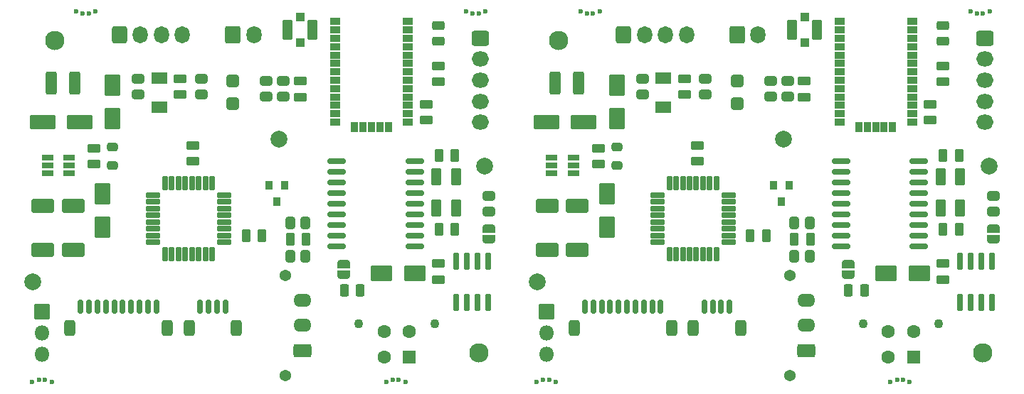
<source format=gbr>
%TF.GenerationSoftware,KiCad,Pcbnew,7.0.10*%
%TF.CreationDate,2024-03-22T19:30:53+01:00*%
%TF.ProjectId,SmartDisplay,536d6172-7444-4697-9370-6c61792e6b69,rev?*%
%TF.SameCoordinates,Original*%
%TF.FileFunction,Soldermask,Top*%
%TF.FilePolarity,Negative*%
%FSLAX46Y46*%
G04 Gerber Fmt 4.6, Leading zero omitted, Abs format (unit mm)*
G04 Created by KiCad (PCBNEW 7.0.10) date 2024-03-22 19:30:53*
%MOMM*%
%LPD*%
G01*
G04 APERTURE LIST*
G04 Aperture macros list*
%AMRoundRect*
0 Rectangle with rounded corners*
0 $1 Rounding radius*
0 $2 $3 $4 $5 $6 $7 $8 $9 X,Y pos of 4 corners*
0 Add a 4 corners polygon primitive as box body*
4,1,4,$2,$3,$4,$5,$6,$7,$8,$9,$2,$3,0*
0 Add four circle primitives for the rounded corners*
1,1,$1+$1,$2,$3*
1,1,$1+$1,$4,$5*
1,1,$1+$1,$6,$7*
1,1,$1+$1,$8,$9*
0 Add four rect primitives between the rounded corners*
20,1,$1+$1,$2,$3,$4,$5,0*
20,1,$1+$1,$4,$5,$6,$7,0*
20,1,$1+$1,$6,$7,$8,$9,0*
20,1,$1+$1,$8,$9,$2,$3,0*%
%AMFreePoly0*
4,1,35,0.535355,0.785355,0.550000,0.750000,0.550000,-0.750000,0.535355,-0.785355,0.500000,-0.800000,0.000000,-0.800000,-0.012286,-0.794911,-0.071157,-0.794911,-0.085244,-0.792886,-0.221795,-0.752791,-0.234740,-0.746879,-0.354462,-0.669938,-0.365217,-0.660618,-0.458414,-0.553063,-0.466109,-0.541091,-0.525228,-0.411637,-0.529237,-0.397982,-0.549491,-0.257116,-0.550000,-0.250000,-0.550000,0.250000,
-0.549491,0.257116,-0.529237,0.397982,-0.525228,0.411637,-0.466109,0.541091,-0.458414,0.553063,-0.365217,0.660618,-0.354462,0.669938,-0.234740,0.746879,-0.221795,0.752791,-0.085244,0.792886,-0.071157,0.794911,-0.012286,0.794911,0.000000,0.800000,0.500000,0.800000,0.535355,0.785355,0.535355,0.785355,$1*%
%AMFreePoly1*
4,1,35,0.012286,0.794911,0.071157,0.794911,0.085244,0.792886,0.221795,0.752791,0.234740,0.746879,0.354462,0.669938,0.365217,0.660618,0.458414,0.553063,0.466109,0.541091,0.525228,0.411637,0.529237,0.397982,0.549491,0.257116,0.550000,0.250000,0.550000,-0.250000,0.549491,-0.257116,0.529237,-0.397982,0.525228,-0.411637,0.466109,-0.541091,0.458414,-0.553063,0.365217,-0.660618,
0.354462,-0.669938,0.234740,-0.746879,0.221795,-0.752791,0.085244,-0.792886,0.071157,-0.794911,0.012286,-0.794911,0.000000,-0.800000,-0.500000,-0.800000,-0.535355,-0.785355,-0.550000,-0.750000,-0.550000,0.750000,-0.535355,0.785355,-0.500000,0.800000,0.000000,0.800000,0.012286,0.794911,0.012286,0.794911,$1*%
G04 Aperture macros list end*
%ADD10C,0.600000*%
%ADD11RoundRect,0.263889X-1.036111X-0.686111X1.036111X-0.686111X1.036111X0.686111X-1.036111X0.686111X0*%
%ADD12FreePoly0,90.000000*%
%ADD13FreePoly1,90.000000*%
%ADD14RoundRect,0.050000X-0.850000X-0.850000X0.850000X-0.850000X0.850000X0.850000X-0.850000X0.850000X0*%
%ADD15O,1.800000X1.800000*%
%ADD16RoundRect,0.175000X0.175000X0.650000X-0.175000X0.650000X-0.175000X-0.650000X0.175000X-0.650000X0*%
%ADD17RoundRect,0.270833X0.379167X0.679167X-0.379167X0.679167X-0.379167X-0.679167X0.379167X-0.679167X0*%
%ADD18RoundRect,0.263889X0.686111X-1.036111X0.686111X1.036111X-0.686111X1.036111X-0.686111X-1.036111X0*%
%ADD19RoundRect,0.263889X-0.686111X1.036111X-0.686111X-1.036111X0.686111X-1.036111X0.686111X1.036111X0*%
%ADD20RoundRect,0.050000X-0.400000X0.450000X-0.400000X-0.450000X0.400000X-0.450000X0.400000X0.450000X0*%
%ADD21C,2.000000*%
%ADD22RoundRect,0.050000X-0.500000X-0.500000X0.500000X-0.500000X0.500000X0.500000X-0.500000X0.500000X0*%
%ADD23RoundRect,0.050000X-0.525000X-1.100000X0.525000X-1.100000X0.525000X1.100000X-0.525000X1.100000X0*%
%ADD24RoundRect,0.275000X0.500000X-0.275000X0.500000X0.275000X-0.500000X0.275000X-0.500000X-0.275000X0*%
%ADD25RoundRect,0.050000X-0.610000X-0.325000X0.610000X-0.325000X0.610000X0.325000X-0.610000X0.325000X0*%
%ADD26RoundRect,0.050000X-0.571500X-0.355600X0.571500X-0.355600X0.571500X0.355600X-0.571500X0.355600X0*%
%ADD27RoundRect,0.050000X0.355600X-0.571500X0.355600X0.571500X-0.355600X0.571500X-0.355600X-0.571500X0*%
%ADD28RoundRect,0.268519X0.456481X-0.481481X0.456481X0.481481X-0.456481X0.481481X-0.456481X-0.481481X0*%
%ADD29RoundRect,0.264706X-0.635294X-0.760294X0.635294X-0.760294X0.635294X0.760294X-0.635294X0.760294X0*%
%ADD30O,1.800000X2.050000*%
%ADD31RoundRect,0.275000X-0.275000X-0.500000X0.275000X-0.500000X0.275000X0.500000X-0.275000X0.500000X0*%
%ADD32C,1.370000*%
%ADD33RoundRect,0.266667X0.793333X-0.533333X0.793333X0.533333X-0.793333X0.533333X-0.793333X-0.533333X0*%
%ADD34O,2.120000X1.600000*%
%ADD35C,1.100000*%
%ADD36RoundRect,0.266667X0.533333X0.533333X-0.533333X0.533333X-0.533333X-0.533333X0.533333X-0.533333X0*%
%ADD37C,1.600000*%
%ADD38RoundRect,0.243750X0.406250X-0.243750X0.406250X0.243750X-0.406250X0.243750X-0.406250X-0.243750X0*%
%ADD39RoundRect,0.264706X-0.760294X0.635294X-0.760294X-0.635294X0.760294X-0.635294X0.760294X0.635294X0*%
%ADD40O,2.050000X1.800000*%
%ADD41RoundRect,0.265625X-1.084375X-0.584375X1.084375X-0.584375X1.084375X0.584375X-1.084375X0.584375X0*%
%ADD42RoundRect,0.265625X-1.284375X-0.584375X1.284375X-0.584375X1.284375X0.584375X-1.284375X0.584375X0*%
%ADD43RoundRect,0.274390X-0.475610X0.288110X-0.475610X-0.288110X0.475610X-0.288110X0.475610X0.288110X0*%
%ADD44RoundRect,0.270000X-0.405000X-1.105000X0.405000X-1.105000X0.405000X1.105000X-0.405000X1.105000X0*%
%ADD45RoundRect,0.274390X0.475610X-0.288110X0.475610X0.288110X-0.475610X0.288110X-0.475610X-0.288110X0*%
%ADD46RoundRect,0.175000X0.900000X0.175000X-0.900000X0.175000X-0.900000X-0.175000X0.900000X-0.175000X0*%
%ADD47RoundRect,0.274390X-0.288110X-0.475610X0.288110X-0.475610X0.288110X0.475610X-0.288110X0.475610X0*%
%ADD48RoundRect,0.050000X-0.800000X-0.275000X0.800000X-0.275000X0.800000X0.275000X-0.800000X0.275000X0*%
%ADD49RoundRect,0.050000X0.275000X-0.800000X0.275000X0.800000X-0.275000X0.800000X-0.275000X-0.800000X0*%
%ADD50RoundRect,0.264706X-0.635294X-0.785294X0.635294X-0.785294X0.635294X0.785294X-0.635294X0.785294X0*%
%ADD51O,1.800000X2.100000*%
%ADD52C,2.300000*%
%ADD53RoundRect,0.175000X-0.175000X0.850000X-0.175000X-0.850000X0.175000X-0.850000X0.175000X0.850000X0*%
%ADD54RoundRect,0.275000X-0.500000X0.275000X-0.500000X-0.275000X0.500000X-0.275000X0.500000X0.275000X0*%
%ADD55FreePoly0,270.000000*%
%ADD56FreePoly1,270.000000*%
%ADD57RoundRect,0.275000X0.275000X0.500000X-0.275000X0.500000X-0.275000X-0.500000X0.275000X-0.500000X0*%
%ADD58RoundRect,0.050000X-0.550000X0.950000X-0.550000X-0.950000X0.550000X-0.950000X0.550000X0.950000X0*%
%ADD59RoundRect,0.050000X0.850000X-0.650000X0.850000X0.650000X-0.850000X0.650000X-0.850000X-0.650000X0*%
%ADD60RoundRect,0.268750X-0.481250X0.268750X-0.481250X-0.268750X0.481250X-0.268750X0.481250X0.268750X0*%
%ADD61RoundRect,0.268750X-0.268750X-0.481250X0.268750X-0.481250X0.268750X0.481250X-0.268750X0.481250X0*%
G04 APERTURE END LIST*
D10*
%TO.C,MB5*%
X114650000Y-41880000D03*
X115450000Y-42130000D03*
X116150000Y-42130000D03*
X116950000Y-41880000D03*
%TD*%
D11*
%TO.C,D12*%
X151000000Y-73130000D03*
X155000000Y-73130000D03*
%TD*%
D10*
%TO.C,MB6*%
X161050000Y-41880000D03*
X161850000Y-42130000D03*
X162550000Y-42130000D03*
X163350000Y-41880000D03*
%TD*%
D12*
%TO.C,JP4*%
X146500000Y-73280000D03*
D13*
X146500000Y-71980000D03*
%TD*%
D14*
%TO.C,J11*%
X110600000Y-77650000D03*
D15*
X110600000Y-80190000D03*
X110600000Y-82730000D03*
%TD*%
D10*
%TO.C,MB7*%
X111740000Y-86070000D03*
X110940000Y-85820000D03*
X110240000Y-85820000D03*
X109440000Y-86070000D03*
%TD*%
D16*
%TO.C,J12*%
X124200000Y-77105000D03*
X123200000Y-77105000D03*
X122200000Y-77105000D03*
X121200000Y-77105000D03*
X120200000Y-77105000D03*
X119200000Y-77105000D03*
X118200000Y-77105000D03*
X117200000Y-77105000D03*
X116200000Y-77105000D03*
X115200000Y-77105000D03*
D17*
X125500000Y-79630000D03*
X113900000Y-79630000D03*
%TD*%
D10*
%TO.C,MB8*%
X153840000Y-86070000D03*
X153040000Y-85820000D03*
X152340000Y-85820000D03*
X151540000Y-86070000D03*
%TD*%
D18*
%TO.C,D9*%
X119000000Y-54630000D03*
X119000000Y-50630000D03*
%TD*%
D19*
%TO.C,D8*%
X117790000Y-63630000D03*
X117790000Y-67630000D03*
%TD*%
D20*
%TO.C,D11*%
X139490000Y-62570000D03*
X137590000Y-62570000D03*
X138540000Y-64570000D03*
%TD*%
D21*
%TO.C,FID4*%
X138790000Y-57070000D03*
%TD*%
D22*
%TO.C,X2*%
X141315000Y-45570000D03*
D23*
X139840000Y-44070000D03*
D22*
X141315000Y-42570000D03*
D23*
X142790000Y-44070000D03*
%TD*%
D24*
%TO.C,C29*%
X156290000Y-54807500D03*
X156290000Y-52907500D03*
%TD*%
D25*
%TO.C,U7*%
X111230000Y-59280000D03*
X111230000Y-60230000D03*
X111230000Y-61180000D03*
X113850000Y-61180000D03*
X113850000Y-60230000D03*
X113850000Y-59280000D03*
%TD*%
D24*
%TO.C,C23*%
X141290000Y-52057500D03*
X141290000Y-50157500D03*
%TD*%
D26*
%TO.C,U10*%
X154115000Y-55070001D03*
X154115000Y-54070000D03*
X154115000Y-53070000D03*
X154115000Y-52069999D03*
X154115000Y-51070001D03*
X154115000Y-50070001D03*
X154115000Y-49070000D03*
X154115000Y-48069999D03*
X154115000Y-47069999D03*
X154115000Y-46070001D03*
X154115000Y-45070000D03*
X154115000Y-44070000D03*
X154115000Y-43069999D03*
X145465000Y-43069999D03*
X145465000Y-44070000D03*
X145465000Y-45070000D03*
X145465000Y-46070001D03*
X145465000Y-47069999D03*
X145465000Y-48069999D03*
X145465000Y-49070000D03*
X145465000Y-50070001D03*
X145465000Y-51070001D03*
X145465000Y-52069999D03*
X145465000Y-53070000D03*
X145465000Y-54070000D03*
X145465000Y-55070001D03*
D27*
X147789999Y-55670002D03*
X148789999Y-55670002D03*
X149790000Y-55670002D03*
X150790001Y-55670002D03*
X151790001Y-55670002D03*
%TD*%
D28*
%TO.C,C28*%
X133290000Y-52857500D03*
X133290000Y-50157500D03*
%TD*%
D29*
%TO.C,J9*%
X119790000Y-44664000D03*
D30*
X122290000Y-44664000D03*
X124790000Y-44664000D03*
X127290000Y-44664000D03*
%TD*%
D31*
%TO.C,C21*%
X157802500Y-59070000D03*
X159702500Y-59070000D03*
%TD*%
D32*
%TO.C,J14*%
X139580000Y-85320000D03*
X139580000Y-73320000D03*
D33*
X141540000Y-82320000D03*
D34*
X141540000Y-79320000D03*
X141540000Y-76320000D03*
%TD*%
D35*
%TO.C,J16*%
X157290000Y-79130000D03*
X148290000Y-79130000D03*
D36*
X154290000Y-83070000D03*
D37*
X151290000Y-83070000D03*
X154290000Y-80070000D03*
X151290000Y-80070000D03*
%TD*%
D38*
%TO.C,L2*%
X119000000Y-60192500D03*
X119000000Y-58067500D03*
%TD*%
D39*
%TO.C,J10*%
X162790000Y-45070000D03*
D40*
X162790000Y-47570000D03*
X162790000Y-50070000D03*
X162790000Y-52570000D03*
X162790000Y-55070000D03*
%TD*%
D41*
%TO.C,C24*%
X110690000Y-70320000D03*
X114290000Y-70320000D03*
%TD*%
%TO.C,C22*%
X110690000Y-65030000D03*
X114290000Y-65030000D03*
%TD*%
D24*
%TO.C,C20*%
X116790000Y-60057500D03*
X116790000Y-58157500D03*
%TD*%
D42*
%TO.C,C19*%
X110640000Y-55030000D03*
X115040000Y-55030000D03*
%TD*%
D21*
%TO.C,FID6*%
X163290000Y-60320000D03*
%TD*%
%TO.C,FID5*%
X109500000Y-74130000D03*
%TD*%
D43*
%TO.C,R9*%
X139290000Y-50157500D03*
X139290000Y-51982500D03*
%TD*%
D44*
%TO.C,F3*%
X111652500Y-50430000D03*
X114452500Y-50430000D03*
%TD*%
D45*
%TO.C,R10*%
X129540000Y-51732500D03*
X129540000Y-49907500D03*
%TD*%
D46*
%TO.C,U8*%
X154940000Y-69880000D03*
X154940000Y-68610000D03*
X154940000Y-67340000D03*
X154940000Y-66070000D03*
X154940000Y-64800000D03*
X154940000Y-63530000D03*
X154940000Y-62260000D03*
X154940000Y-60990000D03*
X154940000Y-59720000D03*
X145640000Y-59720000D03*
X145640000Y-60990000D03*
X145640000Y-62260000D03*
X145640000Y-63530000D03*
X145640000Y-64800000D03*
X145640000Y-66070000D03*
X145640000Y-67340000D03*
X145640000Y-68610000D03*
X145640000Y-69880000D03*
%TD*%
D31*
%TO.C,C16*%
X134877500Y-68570000D03*
X136777500Y-68570000D03*
%TD*%
D47*
%TO.C,R13*%
X140127500Y-67070000D03*
X141952500Y-67070000D03*
%TD*%
D48*
%TO.C,U6*%
X123790000Y-63770000D03*
X123790000Y-64570000D03*
X123790000Y-65370000D03*
X123790000Y-66170000D03*
X123790000Y-66970000D03*
X123790000Y-67770000D03*
X123790000Y-68570000D03*
X123790000Y-69370000D03*
D49*
X125240000Y-70820000D03*
X126040000Y-70820000D03*
X126840000Y-70820000D03*
X127640000Y-70820000D03*
X128440000Y-70820000D03*
X129240000Y-70820000D03*
X130040000Y-70820000D03*
X130840000Y-70820000D03*
D48*
X132290000Y-69370000D03*
X132290000Y-68570000D03*
X132290000Y-67770000D03*
X132290000Y-66970000D03*
X132290000Y-66170000D03*
X132290000Y-65370000D03*
X132290000Y-64570000D03*
X132290000Y-63770000D03*
D49*
X130840000Y-62320000D03*
X130040000Y-62320000D03*
X129240000Y-62320000D03*
X128440000Y-62320000D03*
X127640000Y-62320000D03*
X126840000Y-62320000D03*
X126040000Y-62320000D03*
X125240000Y-62320000D03*
%TD*%
D50*
%TO.C,J15*%
X133290000Y-44664000D03*
D51*
X135790000Y-44664000D03*
%TD*%
D31*
%TO.C,C26*%
X140127500Y-69070000D03*
X142027500Y-69070000D03*
%TD*%
D45*
%TO.C,R14*%
X163790000Y-65732500D03*
X163790000Y-63907500D03*
%TD*%
D52*
%TO.C,H4*%
X162565056Y-82556056D03*
%TD*%
D53*
%TO.C,U9*%
X163662000Y-71620000D03*
X162392000Y-71620000D03*
X161122000Y-71620000D03*
X159852000Y-71620000D03*
X159852000Y-76570000D03*
X161122000Y-76570000D03*
X162392000Y-76570000D03*
X163662000Y-76570000D03*
%TD*%
D54*
%TO.C,C30*%
X157750000Y-71930000D03*
X157750000Y-73830000D03*
%TD*%
D55*
%TO.C,JP5*%
X163790000Y-67770000D03*
D56*
X163790000Y-69070000D03*
%TD*%
D57*
%TO.C,C25*%
X159702500Y-67820000D03*
X157802500Y-67820000D03*
%TD*%
D58*
%TO.C,Y2*%
X157540000Y-61620000D03*
X157540000Y-65320000D03*
X159840000Y-65320000D03*
X159840000Y-61620000D03*
%TD*%
D59*
%TO.C,D10*%
X124540000Y-53320000D03*
X124540000Y-49820000D03*
%TD*%
D45*
%TO.C,R8*%
X122040000Y-51732500D03*
X122040000Y-49907500D03*
%TD*%
D43*
%TO.C,R11*%
X137290000Y-50157500D03*
X137290000Y-51982500D03*
%TD*%
D24*
%TO.C,C17*%
X128540000Y-59732500D03*
X128540000Y-57832500D03*
%TD*%
%TO.C,C27*%
X127040000Y-51795000D03*
X127040000Y-49895000D03*
%TD*%
D60*
%TO.C,D6*%
X157790000Y-43532500D03*
X157790000Y-45407500D03*
%TD*%
D16*
%TO.C,J13*%
X132400000Y-77105000D03*
X131400000Y-77105000D03*
X130400000Y-77105000D03*
X129400000Y-77105000D03*
D17*
X133700000Y-79630000D03*
X128100000Y-79630000D03*
%TD*%
D61*
%TO.C,F4*%
X146562500Y-75130000D03*
X148437500Y-75130000D03*
%TD*%
D47*
%TO.C,R12*%
X140127500Y-71070000D03*
X141952500Y-71070000D03*
%TD*%
D24*
%TO.C,C18*%
X157790000Y-50232500D03*
X157790000Y-48332500D03*
%TD*%
D52*
%TO.C,H3*%
X112100000Y-45299000D03*
%TD*%
D24*
%TO.C,C3*%
X97790000Y-50232500D03*
X97790000Y-48332500D03*
%TD*%
D47*
%TO.C,R5*%
X80127500Y-71070000D03*
X81952500Y-71070000D03*
%TD*%
D52*
%TO.C,H1*%
X52100000Y-45299000D03*
%TD*%
D47*
%TO.C,R6*%
X80127500Y-67070000D03*
X81952500Y-67070000D03*
%TD*%
D24*
%TO.C,C12*%
X67040000Y-51795000D03*
X67040000Y-49895000D03*
%TD*%
%TO.C,C2*%
X68540000Y-59732500D03*
X68540000Y-57832500D03*
%TD*%
D43*
%TO.C,R4*%
X77290000Y-50157500D03*
X77290000Y-51982500D03*
%TD*%
D45*
%TO.C,R1*%
X62040000Y-51732500D03*
X62040000Y-49907500D03*
%TD*%
D59*
%TO.C,D4*%
X64540000Y-53320000D03*
X64540000Y-49820000D03*
%TD*%
D58*
%TO.C,Y1*%
X97540000Y-61620000D03*
X97540000Y-65320000D03*
X99840000Y-65320000D03*
X99840000Y-61620000D03*
%TD*%
D57*
%TO.C,C10*%
X99702500Y-67820000D03*
X97802500Y-67820000D03*
%TD*%
D55*
%TO.C,JP2*%
X103790000Y-67770000D03*
D56*
X103790000Y-69070000D03*
%TD*%
D54*
%TO.C,C15*%
X97750000Y-71930000D03*
X97750000Y-73830000D03*
%TD*%
D53*
%TO.C,U4*%
X103662000Y-71620000D03*
X102392000Y-71620000D03*
X101122000Y-71620000D03*
X99852000Y-71620000D03*
X99852000Y-76570000D03*
X101122000Y-76570000D03*
X102392000Y-76570000D03*
X103662000Y-76570000D03*
%TD*%
D52*
%TO.C,H2*%
X102565056Y-82556056D03*
%TD*%
D45*
%TO.C,R7*%
X103790000Y-65732500D03*
X103790000Y-63907500D03*
%TD*%
D31*
%TO.C,C11*%
X80127500Y-69070000D03*
X82027500Y-69070000D03*
%TD*%
D50*
%TO.C,J7*%
X73290000Y-44664000D03*
D51*
X75790000Y-44664000D03*
%TD*%
D48*
%TO.C,U1*%
X63790000Y-63770000D03*
X63790000Y-64570000D03*
X63790000Y-65370000D03*
X63790000Y-66170000D03*
X63790000Y-66970000D03*
X63790000Y-67770000D03*
X63790000Y-68570000D03*
X63790000Y-69370000D03*
D49*
X65240000Y-70820000D03*
X66040000Y-70820000D03*
X66840000Y-70820000D03*
X67640000Y-70820000D03*
X68440000Y-70820000D03*
X69240000Y-70820000D03*
X70040000Y-70820000D03*
X70840000Y-70820000D03*
D48*
X72290000Y-69370000D03*
X72290000Y-68570000D03*
X72290000Y-67770000D03*
X72290000Y-66970000D03*
X72290000Y-66170000D03*
X72290000Y-65370000D03*
X72290000Y-64570000D03*
X72290000Y-63770000D03*
D49*
X70840000Y-62320000D03*
X70040000Y-62320000D03*
X69240000Y-62320000D03*
X68440000Y-62320000D03*
X67640000Y-62320000D03*
X66840000Y-62320000D03*
X66040000Y-62320000D03*
X65240000Y-62320000D03*
%TD*%
D31*
%TO.C,C1*%
X74877500Y-68570000D03*
X76777500Y-68570000D03*
%TD*%
D46*
%TO.C,U3*%
X94940000Y-69880000D03*
X94940000Y-68610000D03*
X94940000Y-67340000D03*
X94940000Y-66070000D03*
X94940000Y-64800000D03*
X94940000Y-63530000D03*
X94940000Y-62260000D03*
X94940000Y-60990000D03*
X94940000Y-59720000D03*
X85640000Y-59720000D03*
X85640000Y-60990000D03*
X85640000Y-62260000D03*
X85640000Y-63530000D03*
X85640000Y-64800000D03*
X85640000Y-66070000D03*
X85640000Y-67340000D03*
X85640000Y-68610000D03*
X85640000Y-69880000D03*
%TD*%
D45*
%TO.C,R3*%
X69540000Y-51732500D03*
X69540000Y-49907500D03*
%TD*%
D44*
%TO.C,F1*%
X51652500Y-50430000D03*
X54452500Y-50430000D03*
%TD*%
D43*
%TO.C,R2*%
X79290000Y-50157500D03*
X79290000Y-51982500D03*
%TD*%
D21*
%TO.C,FID2*%
X49500000Y-74130000D03*
%TD*%
%TO.C,FID3*%
X103290000Y-60320000D03*
%TD*%
D42*
%TO.C,C4*%
X50640000Y-55030000D03*
X55040000Y-55030000D03*
%TD*%
D24*
%TO.C,C5*%
X56790000Y-60057500D03*
X56790000Y-58157500D03*
%TD*%
D41*
%TO.C,C7*%
X50690000Y-65030000D03*
X54290000Y-65030000D03*
%TD*%
%TO.C,C9*%
X50690000Y-70320000D03*
X54290000Y-70320000D03*
%TD*%
D39*
%TO.C,J2*%
X102790000Y-45070000D03*
D40*
X102790000Y-47570000D03*
X102790000Y-50070000D03*
X102790000Y-52570000D03*
X102790000Y-55070000D03*
%TD*%
D38*
%TO.C,L1*%
X59000000Y-60192500D03*
X59000000Y-58067500D03*
%TD*%
D35*
%TO.C,J8*%
X97290000Y-79130000D03*
X88290000Y-79130000D03*
D36*
X94290000Y-83070000D03*
D37*
X91290000Y-83070000D03*
X94290000Y-80070000D03*
X91290000Y-80070000D03*
%TD*%
D32*
%TO.C,J6*%
X79580000Y-85320000D03*
X79580000Y-73320000D03*
D33*
X81540000Y-82320000D03*
D34*
X81540000Y-79320000D03*
X81540000Y-76320000D03*
%TD*%
D31*
%TO.C,C6*%
X97802500Y-59070000D03*
X99702500Y-59070000D03*
%TD*%
D29*
%TO.C,J1*%
X59790000Y-44664000D03*
D30*
X62290000Y-44664000D03*
X64790000Y-44664000D03*
X67290000Y-44664000D03*
%TD*%
D28*
%TO.C,C13*%
X73290000Y-52857500D03*
X73290000Y-50157500D03*
%TD*%
D26*
%TO.C,U5*%
X94115000Y-55070001D03*
X94115000Y-54070000D03*
X94115000Y-53070000D03*
X94115000Y-52069999D03*
X94115000Y-51070001D03*
X94115000Y-50070001D03*
X94115000Y-49070000D03*
X94115000Y-48069999D03*
X94115000Y-47069999D03*
X94115000Y-46070001D03*
X94115000Y-45070000D03*
X94115000Y-44070000D03*
X94115000Y-43069999D03*
X85465000Y-43069999D03*
X85465000Y-44070000D03*
X85465000Y-45070000D03*
X85465000Y-46070001D03*
X85465000Y-47069999D03*
X85465000Y-48069999D03*
X85465000Y-49070000D03*
X85465000Y-50070001D03*
X85465000Y-51070001D03*
X85465000Y-52069999D03*
X85465000Y-53070000D03*
X85465000Y-54070000D03*
X85465000Y-55070001D03*
D27*
X87789999Y-55670002D03*
X88789999Y-55670002D03*
X89790000Y-55670002D03*
X90790001Y-55670002D03*
X91790001Y-55670002D03*
%TD*%
D24*
%TO.C,C8*%
X81290000Y-52057500D03*
X81290000Y-50157500D03*
%TD*%
D25*
%TO.C,U2*%
X51230000Y-59280000D03*
X51230000Y-60230000D03*
X51230000Y-61180000D03*
X53850000Y-61180000D03*
X53850000Y-60230000D03*
X53850000Y-59280000D03*
%TD*%
D24*
%TO.C,C14*%
X96290000Y-54807500D03*
X96290000Y-52907500D03*
%TD*%
D22*
%TO.C,X1*%
X81315000Y-45570000D03*
D23*
X79840000Y-44070000D03*
D22*
X81315000Y-42570000D03*
D23*
X82790000Y-44070000D03*
%TD*%
D21*
%TO.C,FID1*%
X78790000Y-57070000D03*
%TD*%
D20*
%TO.C,D5*%
X79490000Y-62570000D03*
X77590000Y-62570000D03*
X78540000Y-64570000D03*
%TD*%
D19*
%TO.C,D2*%
X57790000Y-63630000D03*
X57790000Y-67630000D03*
%TD*%
D18*
%TO.C,D3*%
X59000000Y-54630000D03*
X59000000Y-50630000D03*
%TD*%
D10*
%TO.C,MB4*%
X93840000Y-86070000D03*
X93040000Y-85820000D03*
X92340000Y-85820000D03*
X91540000Y-86070000D03*
%TD*%
D16*
%TO.C,J4*%
X64200000Y-77105000D03*
X63200000Y-77105000D03*
X62200000Y-77105000D03*
X61200000Y-77105000D03*
X60200000Y-77105000D03*
X59200000Y-77105000D03*
X58200000Y-77105000D03*
X57200000Y-77105000D03*
X56200000Y-77105000D03*
X55200000Y-77105000D03*
D17*
X65500000Y-79630000D03*
X53900000Y-79630000D03*
%TD*%
D61*
%TO.C,F2*%
X86562500Y-75130000D03*
X88437500Y-75130000D03*
%TD*%
D16*
%TO.C,J5*%
X72400000Y-77105000D03*
X71400000Y-77105000D03*
X70400000Y-77105000D03*
X69400000Y-77105000D03*
D17*
X73700000Y-79630000D03*
X68100000Y-79630000D03*
%TD*%
D60*
%TO.C,D1*%
X97790000Y-43532500D03*
X97790000Y-45407500D03*
%TD*%
D10*
%TO.C,MB3*%
X51740000Y-86070000D03*
X50940000Y-85820000D03*
X50240000Y-85820000D03*
X49440000Y-86070000D03*
%TD*%
D14*
%TO.C,J3*%
X50600000Y-77650000D03*
D15*
X50600000Y-80190000D03*
X50600000Y-82730000D03*
%TD*%
D12*
%TO.C,JP1*%
X86500000Y-73280000D03*
D13*
X86500000Y-71980000D03*
%TD*%
D10*
%TO.C,MB2*%
X101050000Y-41880000D03*
X101850000Y-42130000D03*
X102550000Y-42130000D03*
X103350000Y-41880000D03*
%TD*%
D11*
%TO.C,D7*%
X91000000Y-73130000D03*
X95000000Y-73130000D03*
%TD*%
D10*
%TO.C,MB1*%
X54650000Y-41880000D03*
X55450000Y-42130000D03*
X56150000Y-42130000D03*
X56950000Y-41880000D03*
%TD*%
M02*

</source>
